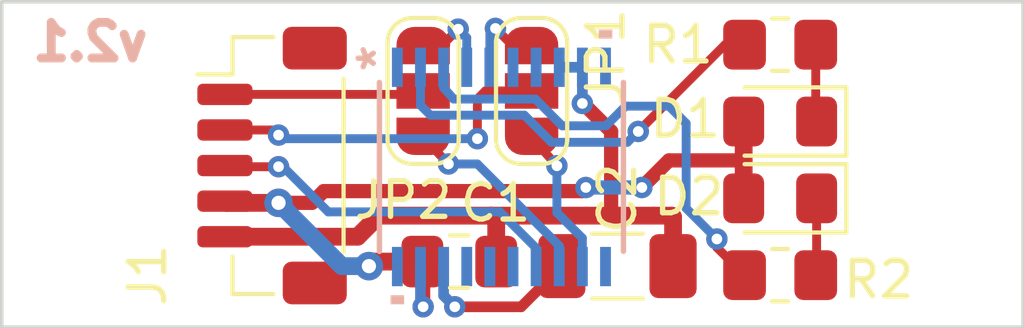
<source format=kicad_pcb>
(kicad_pcb (version 20221018) (generator pcbnew)
  (title_block (title "AS5311 Magnetsensor für DRO") (date "2024-01-24") (rev "1.0") (company "Norbert Surowy") (comment 4 "AISLER Project ID: ABGDTKVY"))
  (layers (0 "F.Cu" signal) (31 "B.Cu" signal) (34 "B.Paste" user) (35 "F.Paste" user) (36 "B.SilkS" user "B.Silkscreen") (37 "F.SilkS" user "F.Silkscreen") (38 "B.Mask" user) (39 "F.Mask" user) (44 "Edge.Cuts" user))
  (net 0 "")
  (net 1 "+5V")
  (net 2 "GND")
  (net 3 "Net-(U1-VDD3V3)")
  (net 4 "Net-(J1-Pin_1)")
  (net 5 "Net-(J1-Pin_2)")
  (net 6 "Net-(J1-Pin_3)")
  (net 7 "Net-(JP1-A)")
  (net 8 "Net-(JP1-B)")
  (net 9 "Net-(JP2-A)")
  (net 10 "Net-(JP2-B)")
  (net 11 "Net-(D1-K)")
  (net 12 "Net-(U1-MAGINCN)")
  (net 13 "Net-(U1-MAGDECN)")
  (net 14 "Net-(D2-K)")
  (footprint "Connector_JST:JST_SH_BM05B-SRSS-TB_1x05-1MP_P1.00mm_Vertical" (layer "F.Cu") (at 131.644 88.995 -90)
    (fp_text reference "J1" (at 3.08 3.501 90) (layer "F.SilkS"))
    (fp_text value "Conn_01x05_Pin" hide)
    (fp_line (start -3.61 -0.04) (end -3.61 1.11) (stroke (width 0.12)) (layer "F.SilkS"))
    (fp_line (start -3.61 1.11) (end -2.56 1.11) (stroke (width 0.12)) (layer "F.SilkS"))
    (fp_line (start -2.56 1.11) (end -2.56 2.1) (stroke (width 0.12)) (layer "F.SilkS"))
    (fp_line (start -2.44 -2.01) (end 2.44 -2.01) (stroke (width 0.12)) (layer "F.SilkS"))
    (fp_line (start 3.61 -0.04) (end 3.61 1.11) (stroke (width 0.12)) (layer "F.SilkS"))
    (fp_line (start 3.61 1.11) (end 2.56 1.11) (stroke (width 0.12)) (layer "F.SilkS"))
    (pad "1" smd roundrect (at -2 1.325 270) (size 0.6 1.55) (layers "F.Cu" "F.Paste" "F.Mask") (net 4 "Net-(J1-Pin_1)"))
    (pad "2" smd roundrect (at -1 1.325 270) (size 0.6 1.55) (layers "F.Cu" "F.Paste" "F.Mask") (net 5 "Net-(J1-Pin_2)"))
    (pad "3" smd roundrect (at 0 1.325 270) (size 0.6 1.55) (layers "F.Cu" "F.Paste" "F.Mask") (net 6 "Net-(J1-Pin_3)"))
    (pad "4" smd roundrect (at 1 1.325 270) (size 0.6 1.55) (layers "F.Cu" "F.Paste" "F.Mask") (net 1 "+5V"))
    (pad "5" smd roundrect (at 2 1.325 270) (size 0.6 1.55) (layers "F.Cu" "F.Paste" "F.Mask") (net 2 "GND"))
    (pad "MP" smd roundrect (at -3.3 -1.2 270) (size 1.2 1.8) (layers "F.Cu" "F.Paste" "F.Mask") (roundrect_rratio 0.2083333333))
    (pad "MP" smd roundrect (at 3.3 -1.2 270) (size 1.2 1.8) (layers "F.Cu" "F.Paste" "F.Mask") (roundrect_rratio 0.2083333333))
  )
  (footprint "MountingHole:MountingHole_2.2mm_M2" (layer "F.Cu") (at 126.492 88.964 90)
    (fp_text reference "REF**" hide)
    (fp_text value "MountingHole_2.2mm_M2" hide)
    (pad "" np_thru_hole circle (at 0 0 90) (size 2.2 2.2) (drill 2.2) (layers "F&B.Cu" "*.Mask"))
  )
  (footprint "Resistor_SMD:R_0805_2012Metric_Pad1.20x1.40mm_HandSolder" (layer "F.Cu") (at 145.923 85.598)
    (fp_text reference "R1" (at -2.8702 0) (layer "F.SilkS"))
    (fp_text value "1k" hide)
    (fp_line (start -0.227064 -0.735) (end 0.227064 -0.735) (stroke (width 0.12)) (layer "F.SilkS"))
    (fp_line (start -0.227064 0.735) (end 0.227064 0.735) (stroke (width 0.12)) (layer "F.SilkS"))
    (pad "1" smd roundrect (at -1 0) (size 1.2 1.4) (layers "F.Cu" "F.Paste" "F.Mask") (roundrect_rratio 0.2083333333) (net 12 "Net-(U1-MAGINCN)"))
    (pad "2" smd roundrect (at 1 0) (size 1.2 1.4) (layers "F.Cu" "F.Paste" "F.Mask") (roundrect_rratio 0.2083333333) (net 11 "Net-(D1-K)"))
  )
  (footprint "MountingHole:MountingHole_2.2mm_M2" (layer "F.Cu") (at 150.241 88.837 90)
    (fp_text reference "REF**" hide)
    (fp_text value "MountingHole_2.2mm_M2" hide)
    (pad "" np_thru_hole circle (at 0 0 90) (size 2.2 2.2) (drill 2.2) (layers "*.Cu" "*.Mask"))
  )
  (footprint "Jumper:SolderJumper-3_P1.3mm_Open_RoundedPad1.0x1.5mm_NumberLabels" (layer "F.Cu") (at 138.938 86.898 90)
    (fp_text reference "JP1" (at 0.9444 2.0828 90) (layer "F.SilkS"))
    (fp_text value "~" hide)
    (fp_line (start -2.05 0.3) (end -2.05 -0.3) (stroke (width 0.12)) (layer "F.SilkS"))
    (fp_line (start -1.4 -1) (end 1.4 -1) (stroke (width 0.12)) (layer "F.SilkS"))
    (fp_line (start 1.4 1) (end -1.4 1) (stroke (width 0.12)) (layer "F.SilkS"))
    (fp_line (start 2.05 -0.3) (end 2.05 0.3) (stroke (width 0.12)) (layer "F.SilkS"))
    (fp_arc (start -2.05 -0.3) (mid -1.844975 -0.794975) (end -1.35 -1) (stroke (width 0.12)) (layer "F.SilkS"))
    (fp_arc (start -1.35 1) (mid -1.844975 0.794975) (end -2.05 0.3) (stroke (width 0.12)) (layer "F.SilkS"))
    (fp_arc (start 1.35 -1) (mid 1.844975 -0.794975) (end 2.05 -0.3) (stroke (width 0.12)) (layer "F.SilkS"))
    (fp_arc (start 2.05 0.3) (mid 1.844975 0.794975) (end 1.35 1) (stroke (width 0.12)) (layer "F.SilkS"))
    (pad "1" smd custom (at -1.3 0 90) (size 1 0.5) (layers "F.Cu" "F.Mask") (net 7 "Net-(JP1-A)") (options (clearance outline) (anchor rect)) (primitives (gr_circle (center 0 0.25) (end 0.5 0.25) (width 0) (fill yes)) (gr_circle (center 0 -0.25) (end 0.5 -0.25) (width 0) (fill yes)) (gr_poly (pts (xy 0.55 0.75) (xy 0 0.75) (xy 0 -0.75) (xy 0.55 -0.75)) (width 0) (fill yes))))
    (pad "2" smd rect (at 0 0 90) (size 1 1.5) (layers "F.Cu" "F.Mask") (net 5 "Net-(J1-Pin_2)"))
    (pad "3" smd custom (at 1.3 0 90) (size 1 0.5) (layers "F.Cu" "F.Mask") (net 8 "Net-(JP1-B)") (options (clearance outline) (anchor rect)) (primitives (gr_circle (center 0 0.25) (end 0.5 0.25) (width 0) (fill yes)) (gr_circle (center 0 -0.25) (end 0.5 -0.25) (width 0) (fill yes)) (gr_poly (pts (xy 0 0.75) (xy -0.55 0.75) (xy -0.55 -0.75) (xy 0 -0.75)) (width 0) (fill yes))))
  )
  (footprint "Jumper:SolderJumper-3_P1.3mm_Open_RoundedPad1.0x1.5mm_NumberLabels" (layer "F.Cu") (at 135.89 86.898 90)
    (fp_text reference "JP2" (at -3.0688 -0.5588 180) (layer "F.SilkS"))
    (fp_text value "~" hide)
    (fp_line (start -2.05 0.3) (end -2.05 -0.3) (stroke (width 0.12)) (layer "F.SilkS"))
    (fp_line (start -1.4 -1) (end 1.4 -1) (stroke (width 0.12)) (layer "F.SilkS"))
    (fp_line (start 1.4 1) (end -1.4 1) (stroke (width 0.12)) (layer "F.SilkS"))
    (fp_line (start 2.05 -0.3) (end 2.05 0.3) (stroke (width 0.12)) (layer "F.SilkS"))
    (fp_arc (start -2.05 -0.3) (mid -1.844975 -0.794975) (end -1.35 -1) (stroke (width 0.12)) (layer "F.SilkS"))
    (fp_arc (start -1.35 1) (mid -1.844975 0.794975) (end -2.05 0.3) (stroke (width 0.12)) (layer "F.SilkS"))
    (fp_arc (start 1.35 -1) (mid 1.844975 -0.794975) (end 2.05 -0.3) (stroke (width 0.12)) (layer "F.SilkS"))
    (fp_arc (start 2.05 0.3) (mid 1.844975 0.794975) (end 1.35 1) (stroke (width 0.12)) (layer "F.SilkS"))
    (pad "1" smd custom (at -1.3 0 90) (size 1 0.5) (layers "F.Cu" "F.Mask") (net 9 "Net-(JP2-A)") (options (clearance outline) (anchor rect)) (primitives (gr_circle (center 0 0.25) (end 0.5 0.25) (width 0) (fill yes)) (gr_circle (center 0 -0.25) (end 0.5 -0.25) (width 0) (fill yes)) (gr_poly (pts (xy 0.55 0.75) (xy 0 0.75) (xy 0 -0.75) (xy 0.55 -0.75)) (width 0) (fill yes))))
    (pad "2" smd rect (at 0 0 90) (size 1 1.5) (layers "F.Cu" "F.Mask") (net 4 "Net-(J1-Pin_1)"))
    (pad "3" smd custom (at 1.3 0 90) (size 1 0.5) (layers "F.Cu" "F.Mask") (net 10 "Net-(JP2-B)") (options (clearance outline) (anchor rect)) (primitives (gr_circle (center 0 0.25) (end 0.5 0.25) (width 0) (fill yes)) (gr_circle (center 0 -0.25) (end 0.5 -0.25) (width 0) (fill yes)) (gr_poly (pts (xy 0 0.75) (xy -0.55 0.75) (xy -0.55 -0.75) (xy 0 -0.75)) (width 0) (fill yes))))
  )
  (footprint "Capacitor_SMD:C_0805_2012Metric_Pad1.18x1.45mm_HandSolder" (layer "F.Cu") (at 136.906 91.694)
    (fp_text reference "C1" (at 1.016 -1.651 180) (layer "F.SilkS"))
    (fp_text value "100n" hide)
    (fp_line (start -0.261252 -0.735) (end 0.261252 -0.735) (stroke (width 0.12)) (layer "F.SilkS"))
    (fp_line (start -0.261252 0.735) (end 0.261252 0.735) (stroke (width 0.12)) (layer "F.SilkS"))
    (pad "1" smd roundrect (at -1.0375 0) (size 1.175 1.45) (layers "F.Cu" "F.Paste" "F.Mask") (roundrect_rratio 0.2127659574) (net 1 "+5V"))
    (pad "2" smd roundrect (at 1.0375 0) (size 1.175 1.45) (layers "F.Cu" "F.Paste" "F.Mask") (roundrect_rratio 0.2127659574) (net 2 "GND"))
  )
  (footprint "Resistor_SMD:R_0805_2012Metric_Pad1.20x1.40mm_HandSolder" (layer "F.Cu") (at 145.923 92.075 180)
    (fp_text reference "R2" (at -2.7686 -0.127) (layer "F.SilkS"))
    (fp_text value "1k" hide)
    (fp_line (start -0.227064 -0.735) (end 0.227064 -0.735) (stroke (width 0.12)) (layer "F.SilkS"))
    (fp_line (start -0.227064 0.735) (end 0.227064 0.735) (stroke (width 0.12)) (layer "F.SilkS"))
    (pad "1" smd roundrect (at -1 0 180) (size 1.2 1.4) (layers "F.Cu" "F.Paste" "F.Mask") (roundrect_rratio 0.2083333333) (net 14 "Net-(D2-K)"))
    (pad "2" smd roundrect (at 1 0 180) (size 1.2 1.4) (layers "F.Cu" "F.Paste" "F.Mask") (roundrect_rratio 0.2083333333) (net 13 "Net-(U1-MAGDECN)"))
  )
  (footprint "Capacitor_SMD:C_1206_3216Metric_Pad1.33x1.80mm_HandSolder" (layer "F.Cu") (at 141.351 91.821)
    (fp_text reference "C2" (at 0 -1.905 90) (layer "F.SilkS"))
    (fp_text value "4,7u" hide)
    (fp_line (start -0.711252 -0.91) (end 0.711252 -0.91) (stroke (width 0.12)) (layer "F.SilkS"))
    (fp_line (start -0.711252 0.91) (end 0.711252 0.91) (stroke (width 0.12)) (layer "F.SilkS"))
    (pad "1" smd roundrect (at -1.5625 0) (size 1.325 1.8) (layers "F.Cu" "F.Paste" "F.Mask") (roundrect_rratio 0.1886792453) (net 3 "Net-(U1-VDD3V3)"))
    (pad "2" smd roundrect (at 1.5625 0) (size 1.325 1.8) (layers "F.Cu" "F.Paste" "F.Mask") (roundrect_rratio 0.1886792453) (net 2 "GND"))
  )
  (footprint "LED_SMD:LED_0805_2012Metric_Pad1.15x1.40mm_HandSolder" (layer "F.Cu") (at 145.923 89.916 180)
    (fp_text reference "D2" (at 2.5654 0.0508) (layer "F.SilkS"))
    (fp_text value "LED rt" hide)
    (fp_line (start -1.86 -0.96) (end -1.86 0.96) (stroke (width 0.12)) (layer "F.SilkS"))
    (fp_line (start -1.86 0.96) (end 1 0.96) (stroke (width 0.12)) (layer "F.SilkS"))
    (fp_line (start 1 -0.96) (end -1.86 -0.96) (stroke (width 0.12)) (layer "F.SilkS"))
    (pad "1" smd roundrect (at -1.025 0 180) (size 1.15 1.4) (layers "F.Cu" "F.Paste" "F.Mask") (roundrect_rratio 0.2173913043) (net 14 "Net-(D2-K)"))
    (pad "2" smd roundrect (at 1.025 0 180) (size 1.15 1.4) (layers "F.Cu" "F.Paste" "F.Mask") (roundrect_rratio 0.2173913043) (net 1 "+5V"))
  )
  (footprint "LED_SMD:LED_0805_2012Metric_Pad1.15x1.40mm_HandSolder" (layer "F.Cu") (at 145.923 87.757 180)
    (fp_text reference "D1" (at 2.667 0.0762) (layer "F.SilkS"))
    (fp_text value "LED gr" hide)
    (fp_line (start -1.86 -0.96) (end -1.86 0.96) (stroke (width 0.12)) (layer "F.SilkS"))
    (fp_line (start -1.86 0.96) (end 1 0.96) (stroke (width 0.12)) (layer "F.SilkS"))
    (fp_line (start 1 -0.96) (end -1.86 -0.96) (stroke (width 0.12)) (layer "F.SilkS"))
    (pad "1" smd roundrect (at -1.025 0 180) (size 1.15 1.4) (layers "F.Cu" "F.Paste" "F.Mask") (roundrect_rratio 0.2173913043) (net 11 "Net-(D1-K)"))
    (pad "2" smd roundrect (at 1.025 0 180) (size 1.15 1.4) (layers "F.Cu" "F.Paste" "F.Mask") (roundrect_rratio 0.2173913043) (net 1 "+5V"))
  )
  (footprint "My_Footprints:TSSOP20_AS5311-ATST-500_AMS-L" (layer "B.Cu") (at 138.090001 89.033149 -90)
    (fp_text reference "U1" hide)
    (fp_text value "AS5311" hide)
    (fp_text user "*" (at -3.054151 3.483801 -270) (layer "B.SilkS") (effects (justify mirror)))
    (fp_line (start -2.3749 -3.429) (end 2.3749 -3.429) (stroke (width 0.1524)) (layer "B.SilkS"))
    (fp_line (start 2.3749 3.429) (end -2.3749 3.429) (stroke (width 0.1524)) (layer "B.SilkS"))
    (fp_poly (pts (xy -3.860401 -2.734498) (xy -3.860401 -3.115498) (xy -3.606401 -3.115498) (xy -3.606401 -2.734498)) (fill solid) (layer "B.SilkS"))
    (fp_poly (pts (xy 3.860401 3.115498) (xy 3.860401 2.734498) (xy 3.606401 2.734498) (xy 3.606401 3.115498)) (fill solid) (layer "B.SilkS"))
    (pad "1" smd rect (at -2.800149 2.925 270) (size 1.1045 0.3048) (layers "B.Cu" "B.Paste" "B.Mask"))
    (pad "2" smd rect (at -2.800149 2.274999 270) (size 1.1045 0.3048) (layers "B.Cu" "B.Paste" "B.Mask") (net 12 "Net-(U1-MAGINCN)"))
    (pad "3" smd rect (at -2.800149 1.625001 270) (size 1.1045 0.3048) (layers "B.Cu" "B.Paste" "B.Mask") (net 13 "Net-(U1-MAGDECN)"))
    (pad "4" smd rect (at -2.800149 0.974999 270) (size 1.1045 0.3048) (layers "B.Cu" "B.Paste" "B.Mask") (net 10 "Net-(JP2-B)"))
    (pad "5" smd rect (at -2.800149 0.325001 270) (size 1.1045 0.3048) (layers "B.Cu" "B.Paste" "B.Mask") (net 8 "Net-(JP1-B)"))
    (pad "6" smd rect (at -2.800149 -0.324998 270) (size 1.1045 0.3048) (layers "B.Cu" "B.Paste" "B.Mask"))
    (pad "7" smd rect (at -2.800149 -0.974999 270) (size 1.1045 0.3048) (layers "B.Cu" "B.Paste" "B.Mask"))
    (pad "8" smd rect (at -2.800149 -1.624998 270) (size 1.1045 0.3048) (layers "B.Cu" "B.Paste" "B.Mask") (net 2 "GND"))
    (pad "9" smd rect (at -2.800149 -2.274999 270) (size 1.1045 0.3048) (layers "B.Cu" "B.Paste" "B.Mask") (net 2 "GND"))
    (pad "10" smd rect (at -2.800149 -2.924998 270) (size 1.1045 0.3048) (layers "B.Cu" "B.Paste" "B.Mask"))
    (pad "11" smd rect (at 2.800149 -2.925 270) (size 1.1045 0.3048) (layers "B.Cu" "B.Paste" "B.Mask"))
    (pad "12" smd rect (at 2.800149 -2.275002 270) (size 1.1045 0.3048) (layers "B.Cu" "B.Paste" "B.Mask") (net 7 "Net-(JP1-A)"))
    (pad "13" smd rect (at 2.800149 -1.625001 270) (size 1.1045 0.3048) (layers "B.Cu" "B.Paste" "B.Mask") (net 9 "Net-(JP2-A)"))
    (pad "14" smd rect (at 2.800149 -0.975002 270) (size 1.1045 0.3048) (layers "B.Cu" "B.Paste" "B.Mask") (net 6 "Net-(J1-Pin_3)"))
    (pad "15" smd rect (at 2.800149 -0.325001 270) (size 1.1045 0.3048) (layers "B.Cu" "B.Paste" "B.Mask"))
    (pad "16" smd rect (at 2.800149 0.324998 270) (size 1.1045 0.3048) (layers "B.Cu" "B.Paste" "B.Mask"))
    (pad "17" smd rect (at 2.800149 0.974999 270) (size 1.1045 0.3048) (layers "B.Cu" "B.Paste" "B.Mask"))
    (pad "18" smd rect (at 2.800149 1.624998 270) (size 1.1045 0.3048) (layers "B.Cu" "B.Paste" "B.Mask") (net 3 "Net-(U1-VDD3V3)"))
    (pad "19" smd rect (at 2.800149 2.274999 270) (size 1.1045 0.3048) (layers "B.Cu" "B.Paste" "B.Mask") (net 1 "+5V"))
    (pad "20" smd rect (at 2.800149 2.924998 270) (size 1.1045 0.3048) (layers "B.Cu" "B.Paste" "B.Mask"))
  )
  (gr_rect (start 124.048 84.392) (end 152.75 93.536) (stroke (width 0.1)) (fill none) (layer "Edge.Cuts"))
  (gr_text "v2.1" (at 128.27 86.106) (layer "B.SilkS") (effects (font (size 1 1) (thickness 0.25) bold) (justify left bottom mirror)))
  (segment (start 135.8685 91.694) (end 134.493 91.694) (width 0.5) (layer "F.Cu") (net 1))
  (segment (start 130.367 90.043) (end 130.319 89.995) (width 0.5) (layer "F.Cu") (net 1))
  (segment (start 135.89 92.964) (end 135.89 91.7155) (width 0.4) (layer "F.Cu") (net 1))
  (segment (start 134.493 91.694) (end 134.366 91.821) (width 0.5) (layer "F.Cu") (net 1))
  (segment (start 131.826 90.043) (end 130.367 90.043) (width 0.5) (layer "F.Cu") (net 1))
  (segment (start 131.826 90.043) (end 132.1562 90.043) (width 0.4) (layer "F.Cu") (net 1))
  (segment (start 137.0584 89.7128) (end 140.3604 89.7128) (width 0.4) (layer "F.Cu") (net 1))
  (segment (start 144.898 88.8492) (end 144.898 89.916) (width 0.5) (layer "F.Cu") (net 1))
  (segment (start 135.89 91.7155) (end 135.8685 91.694) (width 0.4) (layer "F.Cu") (net 1))
  (segment (start 133.096 89.7128) (end 137.0584 89.7128) (width 0.4) (layer "F.Cu") (net 1))
  (segment (start 142.0368 89.6112) (end 142.7988 88.8492) (width 0.4) (layer "F.Cu") (net 1))
  (segment (start 140.3604 89.7128) (end 140.462 89.6112) (width 0.4) (layer "F.Cu") (net 1))
  (segment (start 131.826 90.043) (end 132.7658 90.043) (width 0.4) (layer "F.Cu") (net 1))
  (segment (start 142.7988 88.8492) (end 144.898 88.8492) (width 0.4) (layer "F.Cu") (net 1))
  (segment (start 144.898 87.757) (end 144.898 88.8492) (width 0.5) (layer "F.Cu") (net 1))
  (segment (start 132.7658 90.043) (end 133.096 89.7128) (width 0.4) (layer "F.Cu") (net 1))
  (via (at 142.0368 89.6112) (size 0.6) (drill 0.3) (layers "F.Cu" "B.Cu") (net 1))
  (via (at 131.826 90.043) (size 0.8) (drill 0.4) (layers "F.Cu" "B.Cu") (net 1))
  (via (at 140.462 89.6112) (size 0.6) (drill 0.3) (layers "F.Cu" "B.Cu") (net 1))
  (via (at 135.89 92.964) (size 0.6) (drill 0.3) (layers "F.Cu" "B.Cu") (net 1))
  (via (at 134.366 91.821) (size 0.8) (drill 0.4) (layers "F.Cu" "B.Cu") (net 1))
  (segment (start 142.0368 89.6112) (end 141.732 89.6112) (width 0.4) (layer "B.Cu") (net 1))
  (segment (start 134.366 91.821) (end 133.604 91.821) (width 0.5) (layer "B.Cu") (net 1))
  (segment (start 135.815002 91.833298) (end 135.815002 92.889002) (width 0.3) (layer "B.Cu") (net 1))
  (segment (start 135.815002 92.889002) (end 135.89 92.964) (width 0.3) (layer "B.Cu") (net 1))
  (segment (start 133.604 91.821) (end 131.826 90.043) (width 0.5) (layer "B.Cu") (net 1))
  (segment (start 141.732 89.6112) (end 140.462 89.6112) (width 0.4) (layer "B.Cu") (net 1))
  (segment (start 137.9435 91.694) (end 137.9435 90.551) (width 0.5) (layer "F.Cu") (net 2))
  (segment (start 141.1732 88.0364) (end 141.1732 90.4025) (width 0.4) (layer "F.Cu") (net 2))
  (segment (start 140.462 90.4025) (end 141.1732 90.4025) (width 0.5) (layer "F.Cu") (net 2))
  (segment (start 142.875 90.4025) (end 142.367 90.4025) (width 0.5) (layer "F.Cu") (net 2))
  (segment (start 137.795 90.4025) (end 140.462 90.4025) (width 0.5) (layer "F.Cu") (net 2))
  (segment (start 134.6415 90.4025) (end 137.795 90.4025) (width 0.5) (layer "F.Cu") (net 2))
  (segment (start 141.1732 90.4025) (end 142.367 90.4025) (width 0.5) (layer "F.Cu") (net 2))
  (segment (start 140.3858 87.249) (end 141.1732 88.0364) (width 0.4) (layer "F.Cu") (net 2))
  (segment (start 137.9435 90.551) (end 137.795 90.4025) (width 0.5) (layer "F.Cu") (net 2))
  (segment (start 130.319 90.995) (end 134.049 90.995) (width 0.5) (layer "F.Cu") (net 2))
  (segment (start 134.049 90.995) (end 134.6415 90.4025) (width 0.5) (layer "F.Cu") (net 2))
  (segment (start 140.365 87.249) (end 140.3858 87.249) (width 0.4) (layer "F.Cu") (net 2))
  (segment (start 142.9135 91.821) (end 142.9135 90.441) (width 0.5) (layer "F.Cu") (net 2))
  (segment (start 142.9135 90.441) (end 142.875 90.4025) (width 0.5) (layer "F.Cu") (net 2))
  (via (at 140.365 87.249) (size 0.6) (drill 0.3) (layers "F.Cu" "B.Cu") (net 2))
  (segment (start 139.714999 86.233) (end 140.365 86.233) (width 0.3) (layer "B.Cu") (net 2))
  (segment (start 140.365 87.249) (end 140.365 87.279) (width 0.3) (layer "B.Cu") (net 2))
  (segment (start 140.365 87.279) (end 140.365 86.233) (width 0.3) (layer "B.Cu") (net 2))
  (segment (start 138.6455 92.964) (end 139.7885 91.821) (width 0.3) (layer "F.Cu") (net 3))
  (segment (start 136.779 92.964) (end 138.6455 92.964) (width 0.3) (layer "F.Cu") (net 3))
  (via (at 136.779 92.964) (size 0.6) (drill 0.3) (layers "F.Cu" "B.Cu") (net 3))
  (segment (start 136.465003 91.833298) (end 136.465003 92.650003) (width 0.3) (layer "B.Cu") (net 3))
  (segment (start 136.465003 92.650003) (end 136.779 92.964) (width 0.3) (layer "B.Cu") (net 3))
  (segment (start 135.793 86.995) (end 135.89 86.898) (width 0.25) (layer "F.Cu") (net 4))
  (segment (start 130.319 86.995) (end 135.793 86.995) (width 0.25) (layer "F.Cu") (net 4))
  (segment (start 137.414 88.2396) (end 137.414 87.122) (width 0.25) (layer "F.Cu") (net 5))
  (segment (start 130.319 87.995) (end 131.683 87.995) (width 0.25) (layer "F.Cu") (net 5))
  (segment (start 131.683 87.995) (end 131.826 88.138) (width 0.25) (layer "F.Cu") (net 5))
  (segment (start 137.414 87.122) (end 137.638 86.898) (width 0.25) (layer "F.Cu") (net 5))
  (segment (start 137.638 86.898) (end 138.938 86.898) (width 0.25) (layer "F.Cu") (net 5))
  (via (at 137.414 88.2396) (size 0.6) (drill 0.3) (layers "F.Cu" "B.Cu") (net 5))
  (via (at 131.826 88.138) (size 0.6) (drill 0.3) (layers "F.Cu" "B.Cu") (net 5))
  (segment (start 137.414 88.2396) (end 131.9276 88.2396) (width 0.25) (layer "B.Cu") (net 5))
  (segment (start 131.9276 88.2396) (end 131.826 88.138) (width 0.25) (layer "B.Cu") (net 5))
  (segment (start 130.351 89.027) (end 130.319 88.995) (width 0.25) (layer "F.Cu") (net 6))
  (segment (start 131.826 89.027) (end 130.351 89.027) (width 0.25) (layer "F.Cu") (net 6))
  (via (at 131.826 89.027) (size 0.6) (drill 0.3) (layers "F.Cu" "B.Cu") (net 6))
  (segment (start 131.826 89.027) (end 131.953 89.027) (width 0.25) (layer "B.Cu") (net 6))
  (segment (start 131.953 89.027) (end 133.223 90.297) (width 0.25) (layer "B.Cu") (net 6))
  (segment (start 133.223 90.297) (end 138.049 90.297) (width 0.25) (layer "B.Cu") (net 6))
  (segment (start 138.049 90.297) (end 139.065003 91.313003) (width 0.25) (layer "B.Cu") (net 6))
  (segment (start 139.065003 91.313003) (end 139.065003 91.833298) (width 0.25) (layer "B.Cu") (net 6))
  (segment (start 139.6492 89.0016) (end 138.938 88.198) (width 0.25) (layer "F.Cu") (net 7))
  (via (at 139.6492 89.0016) (size 0.6) (drill 0.3) (layers "F.Cu" "B.Cu") (net 7))
  (segment (start 139.6492 89.0016) (end 139.6492 90.317797) (width 0.25) (layer "B.Cu") (net 7))
  (segment (start 140.365003 91.833298) (end 140.365003 91.0336) (width 0.25) (layer "B.Cu") (net 7))
  (segment (start 139.6492 90.317797) (end 140.365003 91.0336) (width 0.25) (layer "B.Cu") (net 7))
  (segment (start 138.3792 85.598) (end 137.922 85.1408) (width 0.25) (layer "F.Cu") (net 8))
  (segment (start 138.938 85.598) (end 138.3792 85.598) (width 0.25) (layer "F.Cu") (net 8))
  (via (at 137.922 85.1408) (size 0.6) (drill 0.3) (layers "F.Cu" "B.Cu") (net 8))
  (segment (start 137.765 86.233) (end 137.765 85.2978) (width 0.25) (layer "B.Cu") (net 8))
  (segment (start 137.765 85.2978) (end 137.922 85.1408) (width 0.25) (layer "B.Cu") (net 8))
  (segment (start 137.922 85.1408) (end 137.765 85.12) (width 0.25) (layer "B.Cu") (net 8))
  (segment (start 136.6012 88.9508) (end 135.89 88.198) (width 0.25) (layer "F.Cu") (net 9))
  (via (at 136.6012 88.9508) (size 0.6) (drill 0.3) (layers "F.Cu" "B.Cu") (net 9))
  (segment (start 137.414 88.9508) (end 139.715002 91.251802) (width 0.25) (layer "B.Cu") (net 9))
  (segment (start 139.715002 91.251802) (end 139.715002 91.833298) (width 0.25) (layer "B.Cu") (net 9))
  (segment (start 136.6012 88.9508) (end 137.414 88.9508) (width 0.25) (layer "B.Cu") (net 9))
  (segment (start 136.525 85.598) (end 135.89 85.598) (width 0.25) (layer "F.Cu") (net 10))
  (segment (start 135.89 85.598) (end 136.437512 85.598) (width 0.25) (layer "F.Cu") (net 10))
  (segment (start 136.437512 85.598) (end 136.874956 85.160556) (width 0.25) (layer "F.Cu") (net 10))
  (via (at 136.874956 85.160556) (size 0.6) (drill 0.3) (layers "F.Cu" "B.Cu") (net 10))
  (segment (start 137.115002 85.400602) (end 137.115002 86.233) (width 0.25) (layer "B.Cu") (net 10))
  (segment (start 136.874956 85.160556) (end 137.115002 85.400602) (width 0.25) (layer "B.Cu") (net 10))
  (segment (start 146.923 87.732) (end 146.948 87.757) (width 0.25) (layer "F.Cu") (net 11))
  (segment (start 146.923 85.598) (end 146.923 87.732) (width 0.25) (layer "F.Cu") (net 11))
  (segment (start 141.9352 88.0364) (end 144.3736 85.598) (width 0.25) (layer "F.Cu") (net 12))
  (segment (start 144.3736 85.598) (end 144.923 85.598) (width 0.25) (layer "F.Cu") (net 12))
  (via (at 141.9352 88.0364) (size 0.6) (drill 0.3) (layers "F.Cu" "B.Cu") (net 12))
  (segment (start 138.7348 87.5792) (end 136.0932 87.5792) (width 0.25) (layer "B.Cu") (net 12))
  (segment (start 141.9352 88.0364) (end 141.6304 88.3412) (width 0.25) (layer "B.Cu") (net 12))
  (segment (start 141.6304 88.3412) (end 139.4968 88.3412) (width 0.25) (layer "B.Cu") (net 12))
  (segment (start 139.4968 88.3412) (end 138.7348 87.5792) (width 0.25) (layer "B.Cu") (net 12))
  (segment (start 136.0932 87.5792) (end 135.815002 87.301002) (width 0.25) (layer "B.Cu") (net 12))
  (segment (start 135.815002 87.301002) (end 135.815002 86.233) (width 0.25) (layer "B.Cu") (net 12))
  (segment (start 144.145 91.297) (end 144.923 92.075) (width 0.25) (layer "F.Cu") (net 13))
  (segment (start 144.145 91.059) (end 144.145 91.297) (width 0.25) (layer "F.Cu") (net 13))
  (via (at 144.145 91.059) (size 0.6) (drill 0.3) (layers "F.Cu" "B.Cu") (net 13))
  (segment (start 141.5796 87.3252) (end 142.7988 87.3252) (width 0.25) (layer "B.Cu") (net 13))
  (segment (start 139.043691 87.126091) (end 139.794523 87.876923) (width 0.25) (layer "B.Cu") (net 13))
  (segment (start 139.794523 87.876923) (end 141.027877 87.876923) (width 0.25) (layer "B.Cu") (net 13))
  (segment (start 143.2814 87.8078) (end 143.2814 90.1954) (width 0.25) (layer "B.Cu") (net 13))
  (segment (start 141.027877 87.876923) (end 141.5796 87.3252) (width 0.25) (layer "B.Cu") (net 13))
  (segment (start 136.465 86.233) (end 136.465 86.808) (width 0.25) (layer "B.Cu") (net 13))
  (segment (start 136.465 86.808) (end 136.749509 87.126091) (width 0.25) (layer "B.Cu") (net 13))
  (segment (start 142.7988 87.3252) (end 143.2814 87.8078) (width 0.25) (layer "B.Cu") (net 13))
  (segment (start 136.749509 87.126091) (end 139.043691 87.126091) (width 0.25) (layer "B.Cu") (net 13))
  (segment (start 143.2814 90.1954) (end 144.145 91.059) (width 0.25) (layer "B.Cu") (net 13))
  (segment (start 146.948 92.05) (end 146.923 92.075) (width 0.25) (layer "F.Cu") (net 14))
  (segment (start 146.948 89.916) (end 146.948 92.05) (width 0.25) (layer "F.Cu") (net 14))
)
</source>
